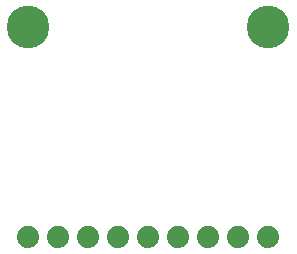
<source format=gbr>
G04 EAGLE Gerber RS-274X export*
G75*
%MOMM*%
%FSLAX34Y34*%
%LPD*%
%INSoldermask Bottom*%
%IPPOS*%
%AMOC8*
5,1,8,0,0,1.08239X$1,22.5*%
G01*
%ADD10C,3.617600*%
%ADD11C,1.879600*%


D10*
X25400Y203200D03*
X228600Y203200D03*
D11*
X25400Y25400D03*
X50800Y25400D03*
X76200Y25400D03*
X101600Y25400D03*
X127000Y25400D03*
X152400Y25400D03*
X177800Y25400D03*
X203200Y25400D03*
X228600Y25400D03*
M02*

</source>
